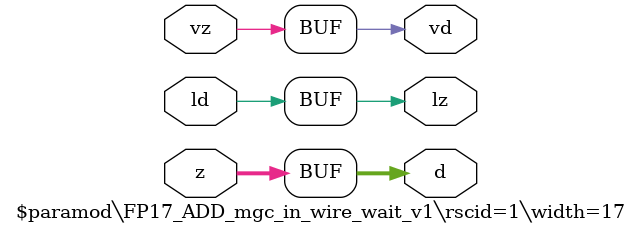
<source format=v>
module \$paramod\FP17_ADD_mgc_in_wire_wait_v1\rscid=1\width=17 (ld, vd, d, lz, vz, z);
  (* src = "./vmod/vlibs/HLS_fp17_add.v:14" *)
  output [16:0] d;
  (* src = "./vmod/vlibs/HLS_fp17_add.v:12" *)
  input ld;
  (* src = "./vmod/vlibs/HLS_fp17_add.v:15" *)
  output lz;
  (* src = "./vmod/vlibs/HLS_fp17_add.v:13" *)
  output vd;
  (* src = "./vmod/vlibs/HLS_fp17_add.v:16" *)
  input vz;
  (* src = "./vmod/vlibs/HLS_fp17_add.v:17" *)
  input [16:0] z;
  assign d = z;
  assign lz = ld;
  assign vd = vz;
endmodule

</source>
